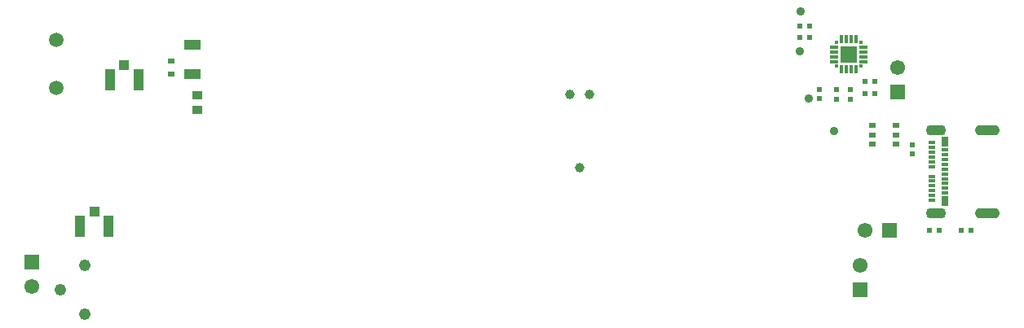
<source format=gbr>
G04*
G04 #@! TF.GenerationSoftware,Altium Limited,Altium Designer,24.3.1 (35)*
G04*
G04 Layer_Color=255*
%FSLAX44Y44*%
%MOMM*%
G71*
G04*
G04 #@! TF.SameCoordinates,025A4B24-8724-457C-B47B-0DB420FA472D*
G04*
G04*
G04 #@! TF.FilePolarity,Positive*
G04*
G01*
G75*
%ADD25R,0.6200X0.5700*%
%ADD27R,0.5000X0.5500*%
%ADD36R,0.5700X0.6200*%
%ADD49R,0.5500X0.5000*%
%ADD51R,1.0000X0.9000*%
%ADD59R,1.0000X1.0500*%
%ADD60R,1.0500X2.2000*%
%ADD64R,0.7000X0.6000*%
%ADD65R,1.8000X1.1000*%
%ADD122C,1.2192*%
G04:AMPARAMS|DCode=124|XSize=1.1mm|YSize=2.6mm|CornerRadius=0.55mm|HoleSize=0mm|Usage=FLASHONLY|Rotation=270.000|XOffset=0mm|YOffset=0mm|HoleType=Round|Shape=RoundedRectangle|*
%AMROUNDEDRECTD124*
21,1,1.1000,1.5000,0,0,270.0*
21,1,0.0000,2.6000,0,0,270.0*
1,1,1.1000,-0.7500,0.0000*
1,1,1.1000,-0.7500,0.0000*
1,1,1.1000,0.7500,0.0000*
1,1,1.1000,0.7500,0.0000*
%
%ADD124ROUNDEDRECTD124*%
G04:AMPARAMS|DCode=125|XSize=1.1mm|YSize=2.1mm|CornerRadius=0.55mm|HoleSize=0mm|Usage=FLASHONLY|Rotation=270.000|XOffset=0mm|YOffset=0mm|HoleType=Round|Shape=RoundedRectangle|*
%AMROUNDEDRECTD125*
21,1,1.1000,1.0000,0,0,270.0*
21,1,0.0000,2.1000,0,0,270.0*
1,1,1.1000,-0.5000,0.0000*
1,1,1.1000,-0.5000,0.0000*
1,1,1.1000,0.5000,0.0000*
1,1,1.1000,0.5000,0.0000*
%
%ADD125ROUNDEDRECTD125*%
%ADD128C,0.9000*%
%ADD142R,1.5500X1.5500*%
%ADD143C,1.5500*%
%ADD144R,1.5500X1.5500*%
%ADD145C,1.5000*%
%ADD146C,0.9910*%
%ADD149R,0.9000X0.3000*%
%ADD150R,0.3000X0.9000*%
%ADD151R,1.8000X1.8000*%
%ADD152R,0.3000X0.3000*%
%ADD153R,0.7000X1.0000*%
%ADD154R,0.7000X0.3000*%
%ADD155R,0.8000X0.5500*%
D25*
X374650Y84860D02*
D03*
Y75160D02*
D03*
X360680D02*
D03*
Y84860D02*
D03*
D27*
X322910Y139700D02*
D03*
X332410D02*
D03*
X322830Y151130D02*
D03*
X332330D02*
D03*
X500050Y-60975D02*
D03*
X490550D02*
D03*
X457530Y-60960D02*
D03*
X467030D02*
D03*
D36*
X390576Y93980D02*
D03*
X400276D02*
D03*
X400276Y80853D02*
D03*
X390576D02*
D03*
D49*
X343242Y85627D02*
D03*
Y76127D02*
D03*
X439420Y18567D02*
D03*
Y28067D02*
D03*
D51*
X-303450Y63690D02*
D03*
Y79690D02*
D03*
D59*
X-410210Y-41900D02*
D03*
X-379240Y110500D02*
D03*
D60*
X-395460Y-57150D02*
D03*
X-424960D02*
D03*
X-364490Y95250D02*
D03*
X-393990D02*
D03*
D64*
X-330200Y114950D02*
D03*
Y100950D02*
D03*
D65*
X-308530Y131510D02*
D03*
Y101510D02*
D03*
D122*
X-420370Y-148590D02*
D03*
X-445770Y-123190D02*
D03*
X-420370Y-97790D02*
D03*
D124*
X517500Y-43200D02*
D03*
Y43200D02*
D03*
D125*
X463900Y-43200D02*
D03*
Y43200D02*
D03*
D128*
X322910Y124950D02*
D03*
X323168Y166218D02*
D03*
X332069Y75529D02*
D03*
X358140Y41910D02*
D03*
D142*
X-474980Y-93980D02*
D03*
X384810Y-123190D02*
D03*
X424180Y82550D02*
D03*
D143*
X-474980Y-119380D02*
D03*
X389890Y-60960D02*
D03*
X384810Y-97790D02*
D03*
X424180Y107950D02*
D03*
D144*
X415290Y-60960D02*
D03*
D145*
X-449580Y86760D02*
D03*
Y136760D02*
D03*
D146*
X93980Y3810D02*
D03*
X104130Y80010D02*
D03*
X83830D02*
D03*
D149*
X388880Y129420D02*
D03*
Y124420D02*
D03*
Y119420D02*
D03*
Y114420D02*
D03*
X357880D02*
D03*
Y119420D02*
D03*
Y124420D02*
D03*
Y129420D02*
D03*
D150*
X380880Y106420D02*
D03*
X375880D02*
D03*
X370880D02*
D03*
X365880D02*
D03*
Y137420D02*
D03*
X370880D02*
D03*
X375880D02*
D03*
X380880D02*
D03*
D151*
X373380Y121920D02*
D03*
D152*
X385880Y134420D02*
D03*
X360880D02*
D03*
X385880Y109420D02*
D03*
X360880D02*
D03*
D153*
X472800Y-31000D02*
D03*
Y31000D02*
D03*
D154*
Y22500D02*
D03*
Y17500D02*
D03*
Y12500D02*
D03*
Y7500D02*
D03*
Y2500D02*
D03*
Y-2500D02*
D03*
Y-7500D02*
D03*
Y-12500D02*
D03*
Y-17500D02*
D03*
Y-22500D02*
D03*
X459800Y-30000D02*
D03*
Y-25000D02*
D03*
Y-20000D02*
D03*
Y-15000D02*
D03*
Y-10000D02*
D03*
Y-5000D02*
D03*
Y5000D02*
D03*
Y10000D02*
D03*
Y15000D02*
D03*
Y20000D02*
D03*
Y25000D02*
D03*
Y30000D02*
D03*
D155*
X422210Y47600D02*
D03*
Y38100D02*
D03*
Y28600D02*
D03*
X398210D02*
D03*
Y38100D02*
D03*
Y47600D02*
D03*
M02*

</source>
